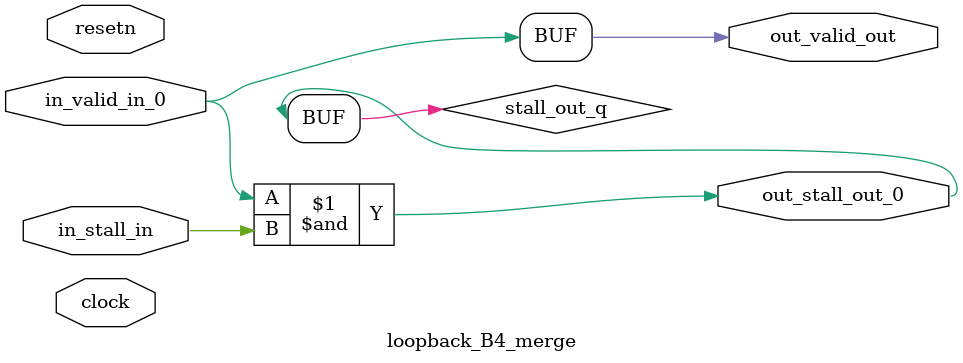
<source format=sv>



(* altera_attribute = "-name AUTO_SHIFT_REGISTER_RECOGNITION OFF; -name MESSAGE_DISABLE 10036; -name MESSAGE_DISABLE 10037; -name MESSAGE_DISABLE 14130; -name MESSAGE_DISABLE 14320; -name MESSAGE_DISABLE 15400; -name MESSAGE_DISABLE 14130; -name MESSAGE_DISABLE 10036; -name MESSAGE_DISABLE 12020; -name MESSAGE_DISABLE 12030; -name MESSAGE_DISABLE 12010; -name MESSAGE_DISABLE 12110; -name MESSAGE_DISABLE 14320; -name MESSAGE_DISABLE 13410; -name MESSAGE_DISABLE 113007; -name MESSAGE_DISABLE 10958" *)
module loopback_B4_merge (
    input wire [0:0] in_stall_in,
    input wire [0:0] in_valid_in_0,
    output wire [0:0] out_stall_out_0,
    output wire [0:0] out_valid_out,
    input wire clock,
    input wire resetn
    );

    wire [0:0] stall_out_q;


    // stall_out(LOGICAL,6)
    assign stall_out_q = in_valid_in_0 & in_stall_in;

    // out_stall_out_0(GPOUT,4)
    assign out_stall_out_0 = stall_out_q;

    // out_valid_out(GPOUT,5)
    assign out_valid_out = in_valid_in_0;

endmodule

</source>
